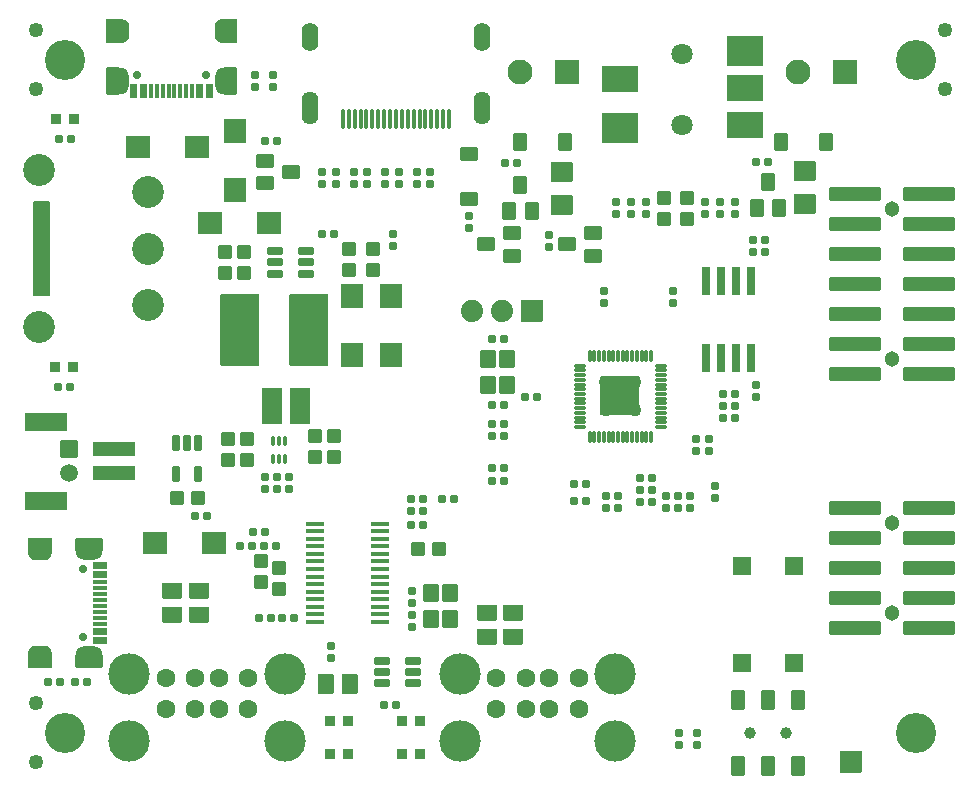
<source format=gbr>
%TF.GenerationSoftware,KiCad,Pcbnew,7.0.9-7.0.9~ubuntu22.04.1*%
%TF.CreationDate,2024-07-19T15:24:13+03:00*%
%TF.ProjectId,RP2040pc_Rev_B,52503230-3430-4706-935f-5265765f422e,B*%
%TF.SameCoordinates,PX68e7780PY7735940*%
%TF.FileFunction,Soldermask,Top*%
%TF.FilePolarity,Negative*%
%FSLAX46Y46*%
G04 Gerber Fmt 4.6, Leading zero omitted, Abs format (unit mm)*
G04 Created by KiCad (PCBNEW 7.0.9-7.0.9~ubuntu22.04.1) date 2024-07-19 15:24:13*
%MOMM*%
%LPD*%
G01*
G04 APERTURE LIST*
G04 Aperture macros list*
%AMRoundRect*
0 Rectangle with rounded corners*
0 $1 Rounding radius*
0 $2 $3 $4 $5 $6 $7 $8 $9 X,Y pos of 4 corners*
0 Add a 4 corners polygon primitive as box body*
4,1,4,$2,$3,$4,$5,$6,$7,$8,$9,$2,$3,0*
0 Add four circle primitives for the rounded corners*
1,1,$1+$1,$2,$3*
1,1,$1+$1,$4,$5*
1,1,$1+$1,$6,$7*
1,1,$1+$1,$8,$9*
0 Add four rect primitives between the rounded corners*
20,1,$1+$1,$2,$3,$4,$5,0*
20,1,$1+$1,$4,$5,$6,$7,0*
20,1,$1+$1,$6,$7,$8,$9,0*
20,1,$1+$1,$8,$9,$2,$3,0*%
G04 Aperture macros list end*
%ADD10C,3.401601*%
%ADD11RoundRect,0.050800X-0.275000X0.250000X-0.275000X-0.250000X0.275000X-0.250000X0.275000X0.250000X0*%
%ADD12RoundRect,0.050800X0.275000X-0.250000X0.275000X0.250000X-0.275000X0.250000X-0.275000X-0.250000X0*%
%ADD13RoundRect,0.050800X-0.250000X-0.275000X0.250000X-0.275000X0.250000X0.275000X-0.250000X0.275000X0*%
%ADD14RoundRect,0.050800X0.250000X0.275000X-0.250000X0.275000X-0.250000X-0.275000X0.250000X-0.275000X0*%
%ADD15C,1.254000*%
%ADD16RoundRect,0.050800X0.508000X-0.508000X0.508000X0.508000X-0.508000X0.508000X-0.508000X-0.508000X0*%
%ADD17C,1.801600*%
%ADD18RoundRect,0.050800X-1.500000X1.250000X-1.500000X-1.250000X1.500000X-1.250000X1.500000X1.250000X0*%
%ADD19RoundRect,0.050800X-1.500000X1.050000X-1.500000X-1.050000X1.500000X-1.050000X1.500000X1.050000X0*%
%ADD20RoundRect,0.050800X-0.500000X0.700000X-0.500000X-0.700000X0.500000X-0.700000X0.500000X0.700000X0*%
%ADD21RoundRect,0.050800X0.600000X-0.700000X0.600000X0.700000X-0.600000X0.700000X-0.600000X-0.700000X0*%
%ADD22RoundRect,0.050800X0.300000X1.100000X-0.300000X1.100000X-0.300000X-1.100000X0.300000X-1.100000X0*%
%ADD23RoundRect,0.050800X-0.100000X0.437500X-0.100000X-0.437500X0.100000X-0.437500X0.100000X0.437500X0*%
%ADD24RoundRect,0.050800X-0.437500X0.100000X-0.437500X-0.100000X0.437500X-0.100000X0.437500X0.100000X0*%
%ADD25C,1.101600*%
%ADD26C,1.901600*%
%ADD27RoundRect,0.050800X-1.600000X1.600000X-1.600000X-1.600000X1.600000X-1.600000X1.600000X1.600000X0*%
%ADD28RoundRect,0.050800X-0.700000X0.750000X-0.700000X-0.750000X0.700000X-0.750000X0.700000X0.750000X0*%
%ADD29RoundRect,0.050800X0.889000X0.889000X-0.889000X0.889000X-0.889000X-0.889000X0.889000X-0.889000X0*%
%ADD30C,1.879600*%
%ADD31RoundRect,0.050800X0.889000X-0.762000X0.889000X0.762000X-0.889000X0.762000X-0.889000X-0.762000X0*%
%ADD32O,1.401600X2.401600*%
%ADD33O,1.401600X2.801600*%
%ADD34RoundRect,0.050800X0.125000X-0.800000X0.125000X0.800000X-0.125000X0.800000X-0.125000X-0.800000X0*%
%ADD35RoundRect,0.050800X1.000000X1.000000X-1.000000X1.000000X-1.000000X-1.000000X1.000000X-1.000000X0*%
%ADD36C,2.101600*%
%ADD37RoundRect,0.050800X0.500000X0.700000X-0.500000X0.700000X-0.500000X-0.700000X0.500000X-0.700000X0*%
%ADD38RoundRect,0.050800X-0.508000X0.508000X-0.508000X-0.508000X0.508000X-0.508000X0.508000X0.508000X0*%
%ADD39C,3.501600*%
%ADD40C,1.601600*%
%ADD41RoundRect,0.050800X-0.400000X-0.400000X0.400000X-0.400000X0.400000X0.400000X-0.400000X0.400000X0*%
%ADD42RoundRect,0.050800X-0.125000X0.350000X-0.125000X-0.350000X0.125000X-0.350000X0.125000X0.350000X0*%
%ADD43RoundRect,0.050800X-0.762000X-0.635000X0.762000X-0.635000X0.762000X0.635000X-0.762000X0.635000X0*%
%ADD44C,2.701600*%
%ADD45C,1.301600*%
%ADD46RoundRect,0.050800X-2.125000X-0.500000X2.125000X-0.500000X2.125000X0.500000X-2.125000X0.500000X0*%
%ADD47RoundRect,0.050800X-0.635000X0.762000X-0.635000X-0.762000X0.635000X-0.762000X0.635000X0.762000X0*%
%ADD48RoundRect,0.050800X0.275000X-0.600000X0.275000X0.600000X-0.275000X0.600000X-0.275000X-0.600000X0*%
%ADD49RoundRect,0.050800X0.400000X0.400000X-0.400000X0.400000X-0.400000X-0.400000X0.400000X-0.400000X0*%
%ADD50RoundRect,0.050800X1.000000X0.850000X-1.000000X0.850000X-1.000000X-0.850000X1.000000X-0.850000X0*%
%ADD51RoundRect,0.050800X-0.889000X0.889000X-0.889000X-0.889000X0.889000X-0.889000X0.889000X0.889000X0*%
%ADD52RoundRect,0.050800X-0.508000X-0.508000X0.508000X-0.508000X0.508000X0.508000X-0.508000X0.508000X0*%
%ADD53RoundRect,0.050800X-0.700000X-0.500000X0.700000X-0.500000X0.700000X0.500000X-0.700000X0.500000X0*%
%ADD54RoundRect,0.050800X0.750000X0.160000X-0.750000X0.160000X-0.750000X-0.160000X0.750000X-0.160000X0*%
%ADD55RoundRect,0.050800X-0.850000X1.000000X-0.850000X-1.000000X0.850000X-1.000000X0.850000X1.000000X0*%
%ADD56C,1.001600*%
%ADD57RoundRect,0.101600X0.500000X-0.750000X0.500000X0.750000X-0.500000X0.750000X-0.500000X-0.750000X0*%
%ADD58RoundRect,0.050800X0.600000X-0.275000X0.600000X0.275000X-0.600000X0.275000X-0.600000X-0.275000X0*%
%ADD59RoundRect,0.050800X-0.600000X0.700000X-0.600000X-0.700000X0.600000X-0.700000X0.600000X0.700000X0*%
%ADD60C,0.701600*%
%ADD61RoundRect,0.050800X-1.100000X0.550000X-1.100000X-0.550000X1.100000X-0.550000X1.100000X0.550000X0*%
%ADD62O,2.301600X1.301600*%
%ADD63RoundRect,0.050800X-1.000000X0.550000X-1.000000X-0.550000X1.000000X-0.550000X1.000000X0.550000X0*%
%ADD64O,2.101600X1.401600*%
%ADD65RoundRect,0.050800X-0.575000X0.150000X-0.575000X-0.150000X0.575000X-0.150000X0.575000X0.150000X0*%
%ADD66RoundRect,0.050800X-0.575000X0.125000X-0.575000X-0.125000X0.575000X-0.125000X0.575000X0.125000X0*%
%ADD67RoundRect,0.050800X0.700000X0.500000X-0.700000X0.500000X-0.700000X-0.500000X0.700000X-0.500000X0*%
%ADD68RoundRect,0.050800X-0.700000X0.700000X-0.700000X-0.700000X0.700000X-0.700000X0.700000X0.700000X0*%
%ADD69C,1.501600*%
%ADD70RoundRect,0.050800X0.850000X-1.000000X0.850000X1.000000X-0.850000X1.000000X-0.850000X-1.000000X0*%
%ADD71RoundRect,0.050800X0.550000X1.100000X-0.550000X1.100000X-0.550000X-1.100000X0.550000X-1.100000X0*%
%ADD72O,1.301600X2.301600*%
%ADD73RoundRect,0.050800X0.550000X1.000000X-0.550000X1.000000X-0.550000X-1.000000X0.550000X-1.000000X0*%
%ADD74O,1.401600X2.101600*%
%ADD75RoundRect,0.050800X0.150000X0.575000X-0.150000X0.575000X-0.150000X-0.575000X0.150000X-0.575000X0*%
%ADD76RoundRect,0.050800X0.125000X0.575000X-0.125000X0.575000X-0.125000X-0.575000X0.125000X-0.575000X0*%
%ADD77RoundRect,0.050800X-1.000000X-0.850000X1.000000X-0.850000X1.000000X0.850000X-1.000000X0.850000X0*%
%ADD78RoundRect,0.050800X-0.700000X0.500000X-0.700000X-0.500000X0.700000X-0.500000X0.700000X0.500000X0*%
%ADD79RoundRect,0.050800X1.600000X3.000000X-1.600000X3.000000X-1.600000X-3.000000X1.600000X-3.000000X0*%
%ADD80RoundRect,0.050800X-1.750000X0.750000X-1.750000X-0.750000X1.750000X-0.750000X1.750000X0.750000X0*%
%ADD81RoundRect,0.050800X-1.750000X0.500000X-1.750000X-0.500000X1.750000X-0.500000X1.750000X0.500000X0*%
%ADD82RoundRect,0.050800X0.800000X1.500000X-0.800000X1.500000X-0.800000X-1.500000X0.800000X-1.500000X0*%
G04 APERTURE END LIST*
D10*
X4000000Y4000000D03*
X76000000Y61000000D03*
D11*
X49766000Y23019000D03*
D12*
X49766000Y24035000D03*
D13*
X48115000Y23654000D03*
D14*
X47099000Y23654000D03*
D11*
X51925000Y47911000D03*
D12*
X51925000Y48927000D03*
D11*
X50655000Y47911000D03*
D12*
X50655000Y48927000D03*
D15*
X1500000Y63500000D03*
X1500000Y58500000D03*
D16*
X54719000Y47530000D03*
X54719000Y49308000D03*
D11*
X53195000Y47911000D03*
D12*
X53195000Y48927000D03*
D17*
X56250000Y61500000D03*
X56250000Y55500000D03*
D18*
X50950000Y55200000D03*
X61550000Y61700000D03*
D19*
X61550000Y55500000D03*
X61550000Y58600000D03*
X50950000Y59400000D03*
D14*
X41257000Y52229000D03*
D13*
X42273000Y52229000D03*
D20*
X41577040Y48200560D03*
X43479500Y48200560D03*
X42524460Y50410360D03*
D10*
X76000000Y4000000D03*
D11*
X62466000Y32417000D03*
D12*
X62466000Y33433000D03*
D13*
X41130000Y26448000D03*
D14*
X40114000Y26448000D03*
D11*
X55481000Y40418000D03*
D12*
X55481000Y41434000D03*
D11*
X49639000Y40418000D03*
D12*
X49639000Y41434000D03*
D13*
X41130000Y30131000D03*
D14*
X40114000Y30131000D03*
D13*
X48115000Y25051000D03*
D14*
X47099000Y25051000D03*
D12*
X54846000Y24035000D03*
D11*
X54846000Y23019000D03*
D14*
X59672000Y31655000D03*
D13*
X60688000Y31655000D03*
D14*
X59672000Y30639000D03*
D13*
X60688000Y30639000D03*
D12*
X55862000Y24035000D03*
D11*
X55862000Y23019000D03*
D12*
X56878000Y24035000D03*
D11*
X56878000Y23019000D03*
D12*
X59037000Y24924000D03*
D11*
X59037000Y23908000D03*
D14*
X59672000Y32671000D03*
D13*
X60688000Y32671000D03*
X41130000Y31782000D03*
D14*
X40114000Y31782000D03*
X40114000Y37370000D03*
D13*
X41130000Y37370000D03*
D21*
X41422000Y33476000D03*
X39822000Y35676000D03*
X39822000Y33476000D03*
X41422000Y35676000D03*
D13*
X63228000Y45752000D03*
D14*
X62212000Y45752000D03*
X40114000Y25305000D03*
D13*
X41130000Y25305000D03*
D14*
X42908000Y32417000D03*
D13*
X43924000Y32417000D03*
D11*
X57386000Y27845000D03*
D12*
X57386000Y28861000D03*
D11*
X58529000Y27845000D03*
D12*
X58529000Y28861000D03*
D14*
X62212000Y44736000D03*
D13*
X63228000Y44736000D03*
D22*
X62085000Y42235000D03*
X60815000Y42235000D03*
X59545000Y42235000D03*
X58275000Y42235000D03*
X58275000Y35765000D03*
X59545000Y35765000D03*
X60815000Y35765000D03*
X62085000Y35765000D03*
D23*
X53600000Y35937500D03*
X53200000Y35937500D03*
X52800000Y35937500D03*
X52400000Y35937500D03*
X52000000Y35937500D03*
X51600000Y35937500D03*
X51200000Y35937500D03*
X50800000Y35937500D03*
X50400000Y35937500D03*
X50000000Y35937500D03*
X49600000Y35937500D03*
X49200000Y35937500D03*
X48800000Y35937500D03*
X48400000Y35937500D03*
D24*
X47562500Y35100000D03*
X47562500Y34700000D03*
X47562500Y34300000D03*
X47562500Y33900000D03*
X47562500Y33500000D03*
X47562500Y33100000D03*
X47562500Y32700000D03*
X47562500Y32300000D03*
X47562500Y31900000D03*
X47562500Y31500000D03*
X47562500Y31100000D03*
X47562500Y30700000D03*
X47562500Y30300000D03*
X47562500Y29900000D03*
D23*
X48400000Y29062500D03*
X48800000Y29062500D03*
X49200000Y29062500D03*
X49600000Y29062500D03*
X50000000Y29062500D03*
X50400000Y29062500D03*
X50800000Y29062500D03*
X51200000Y29062500D03*
X51600000Y29062500D03*
X52000000Y29062500D03*
X52400000Y29062500D03*
X52800000Y29062500D03*
X53200000Y29062500D03*
X53600000Y29062500D03*
D24*
X54437500Y29900000D03*
X54437500Y30300000D03*
X54437500Y30700000D03*
X54437500Y31100000D03*
X54437500Y31500000D03*
X54437500Y31900000D03*
X54437500Y32300000D03*
X54437500Y32700000D03*
X54437500Y33100000D03*
X54437500Y33500000D03*
X54437500Y33900000D03*
X54437500Y34300000D03*
X54437500Y34700000D03*
X54437500Y35100000D03*
D25*
X52200000Y31300000D03*
X52200000Y33700000D03*
D26*
X51000000Y32500000D03*
D27*
X51000000Y32500000D03*
D25*
X49800000Y31300000D03*
X49730000Y33700000D03*
D11*
X34907000Y50451000D03*
D12*
X34907000Y51467000D03*
D11*
X31097000Y50451000D03*
D12*
X31097000Y51467000D03*
D11*
X26906000Y50451000D03*
D12*
X26906000Y51467000D03*
D11*
X25763000Y50451000D03*
D12*
X25763000Y51467000D03*
D15*
X78500000Y58500000D03*
D10*
X4000000Y61000000D03*
D15*
X78500000Y63500000D03*
D28*
X65700000Y18100000D03*
X65700000Y9900000D03*
X61300000Y18100000D03*
X61300000Y9900000D03*
D29*
X43548000Y39750000D03*
D30*
X41008000Y39750000D03*
X38468000Y39750000D03*
D31*
X46083000Y48673000D03*
X46083000Y51467000D03*
D32*
X24700000Y62950000D03*
D33*
X24700000Y56900000D03*
D32*
X39300000Y62950000D03*
D33*
X39300000Y56900000D03*
D34*
X27500000Y55950000D03*
X28000000Y55950000D03*
X28500000Y55950000D03*
X29000000Y55950000D03*
X29500000Y55950000D03*
X30000000Y55950000D03*
X30500000Y55950000D03*
X31000000Y55950000D03*
X31500000Y55950000D03*
X32000000Y55950000D03*
X32500000Y55950000D03*
X33000000Y55950000D03*
X33500000Y55950000D03*
X34000000Y55950000D03*
X34500000Y55950000D03*
X35000000Y55950000D03*
X35500000Y55950000D03*
X36000000Y55950000D03*
X36500000Y55950000D03*
D11*
X29573000Y50451000D03*
D12*
X29573000Y51467000D03*
D11*
X28430000Y50451000D03*
D12*
X28430000Y51467000D03*
D11*
X32240000Y50451000D03*
D12*
X32240000Y51467000D03*
D11*
X33764000Y50451000D03*
D12*
X33764000Y51467000D03*
D13*
X41130000Y29115000D03*
D14*
X40114000Y29115000D03*
D35*
X46500000Y60000000D03*
D36*
X42500000Y60000000D03*
D15*
X1500000Y6500000D03*
D37*
X46332000Y54007000D03*
X42532000Y54007000D03*
D15*
X1500000Y1500000D03*
D38*
X26779000Y29115000D03*
X26779000Y27337000D03*
D13*
X26779000Y46260000D03*
D14*
X25763000Y46260000D03*
D39*
X9430000Y9000000D03*
X9430000Y3300000D03*
X22570000Y9000000D03*
X22570000Y3300000D03*
D40*
X12500000Y8620000D03*
X15000000Y8620000D03*
X17000000Y8620000D03*
X19500000Y8620000D03*
X12500000Y6000000D03*
X15000000Y6000000D03*
X17000000Y6000000D03*
X19500000Y6000000D03*
D41*
X34018000Y2191000D03*
X32494000Y2191000D03*
D14*
X3411000Y33306000D03*
D13*
X4427000Y33306000D03*
D42*
X22580000Y28722000D03*
X22080000Y28722000D03*
X21580000Y28722000D03*
X21580000Y27222000D03*
X22080000Y27222000D03*
X22580000Y27222000D03*
D14*
X62466000Y52356000D03*
D13*
X63482000Y52356000D03*
D14*
X33256000Y21622000D03*
D13*
X34272000Y21622000D03*
D11*
X60688000Y47911000D03*
D12*
X60688000Y48927000D03*
X55989000Y3969000D03*
D11*
X55989000Y2953000D03*
D43*
X15349000Y16034000D03*
X15349000Y14002000D03*
X13063000Y16034000D03*
X13063000Y14002000D03*
D11*
X44940000Y45117000D03*
D12*
X44940000Y46133000D03*
D44*
X1800000Y38350000D03*
X1800000Y51650000D03*
X11000000Y40200000D03*
X11000000Y45000000D03*
X11000000Y49800000D03*
D45*
X74000000Y48350000D03*
X74000000Y35650000D03*
D46*
X70875000Y49620000D03*
X77125000Y49620000D03*
X70875000Y47080000D03*
X77125000Y47080000D03*
X70875000Y44540000D03*
X77125000Y44540000D03*
X70875000Y42000000D03*
X77125000Y42000000D03*
X70875000Y39460000D03*
X77125000Y39460000D03*
X70875000Y36920000D03*
X77125000Y36920000D03*
X70875000Y34380000D03*
X77125000Y34380000D03*
D47*
X28131000Y8160000D03*
X26099000Y8160000D03*
D38*
X19413000Y28861000D03*
X19413000Y27083000D03*
D11*
X20048000Y58706000D03*
D12*
X20048000Y59722000D03*
D41*
X34018000Y4985000D03*
X32494000Y4985000D03*
D48*
X15283000Y28510000D03*
X14333000Y28510000D03*
X13383000Y28510000D03*
X13383000Y25910000D03*
X15283000Y25910000D03*
D39*
X37430000Y9000000D03*
X37430000Y3300000D03*
X50570000Y9000000D03*
X50570000Y3300000D03*
D40*
X40500000Y8620000D03*
X43000000Y8620000D03*
X45000000Y8620000D03*
X47500000Y8620000D03*
X40500000Y6000000D03*
X43000000Y6000000D03*
X45000000Y6000000D03*
X47500000Y6000000D03*
D12*
X26525000Y11335000D03*
D11*
X26525000Y10319000D03*
D43*
X41892000Y14129000D03*
X41892000Y12097000D03*
D49*
X3157000Y35000000D03*
X4681000Y35000000D03*
D50*
X15182000Y53626000D03*
X10182000Y53626000D03*
D16*
X19159000Y42958000D03*
X19159000Y44736000D03*
D11*
X21572000Y58706000D03*
D12*
X21572000Y59722000D03*
D14*
X35923000Y23781000D03*
D13*
X36939000Y23781000D03*
D45*
X74000000Y21810000D03*
X74000000Y14190000D03*
D46*
X70875000Y23080000D03*
X77125000Y23080000D03*
X70875000Y20540000D03*
X77125000Y20540000D03*
X70875000Y18000000D03*
X77125000Y18000000D03*
X70875000Y15460000D03*
X77125000Y15460000D03*
X70875000Y12920000D03*
X77125000Y12920000D03*
D37*
X68430000Y54007000D03*
X64630000Y54007000D03*
D14*
X52687000Y24543000D03*
D13*
X53703000Y24543000D03*
D51*
X70500000Y1500000D03*
D52*
X13444000Y23908000D03*
X15222000Y23908000D03*
D13*
X21826000Y19844000D03*
D14*
X20810000Y19844000D03*
X2522000Y8287000D03*
D13*
X3538000Y8287000D03*
D53*
X48714440Y44421040D03*
X48714440Y46323500D03*
X46504640Y45368460D03*
D54*
X30672000Y13398000D03*
X30672000Y14038000D03*
X30672000Y14678000D03*
X30672000Y15318000D03*
X30672000Y15958000D03*
X30672000Y16598000D03*
X30672000Y17238000D03*
X30672000Y17878000D03*
X30672000Y18518000D03*
X30672000Y19158000D03*
X30672000Y19798000D03*
X30672000Y20438000D03*
X30672000Y21078000D03*
X30672000Y21718000D03*
X25172000Y21718000D03*
X25172000Y21078000D03*
X25172000Y20438000D03*
X25172000Y19798000D03*
X25172000Y19158000D03*
X25172000Y18518000D03*
X25172000Y17878000D03*
X25172000Y17238000D03*
X25172000Y16598000D03*
X25172000Y15958000D03*
X25172000Y15318000D03*
X25172000Y14678000D03*
X25172000Y14038000D03*
X25172000Y13398000D03*
D55*
X28303000Y41013000D03*
X28303000Y36013000D03*
D56*
X62000000Y4000000D03*
X65000000Y4000000D03*
D57*
X61000000Y1200000D03*
X63500000Y1200000D03*
X66000000Y1200000D03*
X61000000Y6800000D03*
X63500000Y6800000D03*
X66000000Y6800000D03*
D58*
X24396100Y42897000D03*
X24396100Y43847000D03*
X24396100Y44797000D03*
X21795900Y44797000D03*
X21795900Y43847000D03*
X21795900Y42897000D03*
D53*
X41856440Y44421040D03*
X41856440Y46323500D03*
X39646640Y45368460D03*
D16*
X22080000Y16161000D03*
X22080000Y17939000D03*
D58*
X33413100Y8226000D03*
X33413100Y9176000D03*
X33413100Y10126000D03*
X30812900Y10126000D03*
X30812900Y9176000D03*
X30812900Y8226000D03*
D13*
X20937000Y20987000D03*
D14*
X19921000Y20987000D03*
D16*
X56624000Y47530000D03*
X56624000Y49308000D03*
D59*
X34996000Y15864000D03*
X36596000Y13664000D03*
X36596000Y15864000D03*
X34996000Y13664000D03*
D60*
X5530000Y12110000D03*
X5530000Y17890000D03*
D61*
X6030000Y10072400D03*
D62*
X6030000Y10680000D03*
X6030000Y19320000D03*
D61*
X6030000Y19927600D03*
D63*
X1850000Y10072400D03*
D64*
X1850000Y10680000D03*
X1850000Y19320000D03*
D63*
X1850000Y19927600D03*
D65*
X6932000Y18325000D03*
X6932000Y17525000D03*
D66*
X6932000Y16250000D03*
X6932000Y15250000D03*
X6932000Y14750000D03*
X6932000Y13750000D03*
D65*
X6932000Y12475000D03*
X6932000Y11675000D03*
X6932000Y11925000D03*
X6932000Y12725000D03*
D66*
X6932000Y13250000D03*
X6932000Y14250000D03*
X6932000Y15750000D03*
X6932000Y16750000D03*
D65*
X6932000Y17275000D03*
X6932000Y18075000D03*
D13*
X23350000Y13748000D03*
D14*
X22334000Y13748000D03*
D67*
X20892560Y52449960D03*
X20892560Y50547500D03*
X23102360Y51502540D03*
D12*
X50782000Y24035000D03*
D11*
X50782000Y23019000D03*
X38209000Y46768000D03*
D12*
X38209000Y47784000D03*
D13*
X34272000Y22765000D03*
D14*
X33256000Y22765000D03*
D11*
X59418000Y47911000D03*
D12*
X59418000Y48927000D03*
D52*
X33891000Y19590000D03*
X35669000Y19590000D03*
D13*
X21445000Y13748000D03*
D14*
X20429000Y13748000D03*
D11*
X33383000Y15018000D03*
D12*
X33383000Y16034000D03*
D16*
X17508000Y42958000D03*
X17508000Y44736000D03*
D13*
X53703000Y25559000D03*
D14*
X52687000Y25559000D03*
D68*
X4285680Y28028700D03*
D69*
X4288220Y25999240D03*
D12*
X20937000Y25686000D03*
D11*
X20937000Y24670000D03*
D70*
X18397000Y49983000D03*
X18397000Y54983000D03*
D14*
X18778000Y19844000D03*
D13*
X19794000Y19844000D03*
D38*
X20556000Y18574000D03*
X20556000Y16796000D03*
D13*
X15984000Y22384000D03*
D14*
X14968000Y22384000D03*
D13*
X34272000Y23781000D03*
D14*
X33256000Y23781000D03*
D60*
X10110000Y59720000D03*
X15890000Y59720000D03*
D71*
X8072400Y59220000D03*
D72*
X8680000Y59220000D03*
X17320000Y59220000D03*
D71*
X17927600Y59220000D03*
D73*
X8072400Y63400000D03*
D74*
X8680000Y63400000D03*
X17320000Y63400000D03*
D73*
X17927600Y63400000D03*
D75*
X16325000Y58318000D03*
X15525000Y58318000D03*
D76*
X14250000Y58318000D03*
X13250000Y58318000D03*
X12750000Y58318000D03*
X11750000Y58318000D03*
D75*
X10475000Y58318000D03*
X9675000Y58318000D03*
X9925000Y58318000D03*
X10725000Y58318000D03*
D76*
X11250000Y58318000D03*
X12250000Y58318000D03*
X13750000Y58318000D03*
X14750000Y58318000D03*
D75*
X15275000Y58318000D03*
X16075000Y58318000D03*
D12*
X21953000Y25686000D03*
D11*
X21953000Y24670000D03*
D50*
X16579000Y20098000D03*
X11579000Y20098000D03*
D11*
X58148000Y47911000D03*
D12*
X58148000Y48927000D03*
D16*
X30081000Y43212000D03*
X30081000Y44990000D03*
D35*
X70000000Y60000000D03*
D36*
X66000000Y60000000D03*
D77*
X16278000Y47149000D03*
X21278000Y47149000D03*
D38*
X25128000Y29115000D03*
X25128000Y27337000D03*
D78*
X38209000Y52986000D03*
X38209000Y49186000D03*
D38*
X17762000Y28861000D03*
X17762000Y27083000D03*
D43*
X39733000Y14129000D03*
X39733000Y12097000D03*
D14*
X3492000Y54250000D03*
D13*
X4508000Y54250000D03*
D41*
X27922000Y4985000D03*
X26398000Y4985000D03*
D13*
X53703000Y23527000D03*
D14*
X52687000Y23527000D03*
D12*
X22969000Y25686000D03*
D11*
X22969000Y24670000D03*
D14*
X30970000Y6382000D03*
D13*
X31986000Y6382000D03*
D55*
X31605000Y41013000D03*
X31605000Y36013000D03*
D16*
X28049000Y43212000D03*
X28049000Y44990000D03*
D11*
X31732000Y45244000D03*
D12*
X31732000Y46260000D03*
D20*
X62532040Y48454560D03*
X64434500Y48454560D03*
X63479460Y50664360D03*
D79*
X24599000Y38132000D03*
X18799000Y38132000D03*
D49*
X3238000Y56000000D03*
X4762000Y56000000D03*
D80*
X2400000Y30350000D03*
X2400000Y23650000D03*
D81*
X8100000Y28000000D03*
X8100000Y26000000D03*
D12*
X33383000Y14002000D03*
D11*
X33383000Y12986000D03*
D82*
X21515000Y31655000D03*
X23915000Y31655000D03*
D13*
X5824000Y8287000D03*
D14*
X4808000Y8287000D03*
D41*
X27922000Y2191000D03*
X26398000Y2191000D03*
D14*
X20937000Y54134000D03*
D13*
X21953000Y54134000D03*
D31*
X66657000Y48800000D03*
X66657000Y51594000D03*
D11*
X57513000Y2953000D03*
D12*
X57513000Y3969000D03*
G36*
X2692121Y48979998D02*
G01*
X2738614Y48926342D01*
X2750000Y48874000D01*
X2750000Y41126000D01*
X2729998Y41057879D01*
X2676342Y41011386D01*
X2624000Y41000000D01*
X1376000Y41000000D01*
X1307879Y41020002D01*
X1261386Y41073658D01*
X1250000Y41126000D01*
X1250000Y48874000D01*
X1270002Y48942121D01*
X1323658Y48988614D01*
X1376000Y49000000D01*
X2624000Y49000000D01*
X2692121Y48979998D01*
G37*
M02*

</source>
